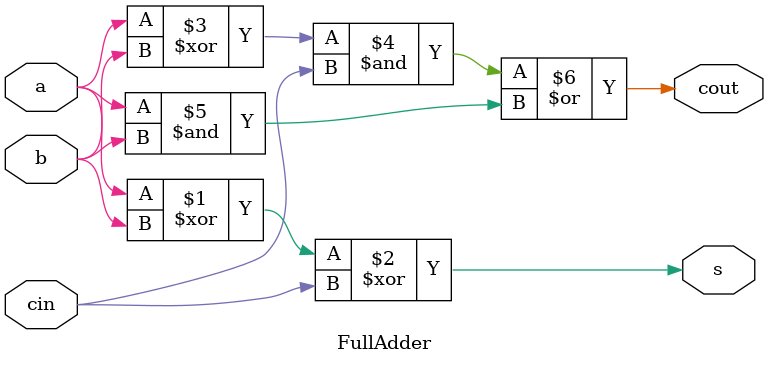
<source format=v>
module FullAdder(a,b,cin,s,cout);
	input a;
	input b;
	input cin;
	output s;
	output cout;
	assign s=a^b^cin;
	assign cout=((a^b)&cin)|(a&b);
endmodule 


/*
module FA_tb;
reg t_a;
reg t_b;
reg t_cin;
wire t_sum;
wire t_cout;
FullAdder FA1(.a(t_a),.b(t_b),.cin(t_cin),.s(t_sum),.cout(t_cout));
initial begin
t_a=0;t_b=0;t_cin=0;
#10 t_a=1;t_b=0;t_cin=0;
#10 t_a=0;t_b=1;t_cin=0;
#10 t_a=1;t_b=1;t_cin=0;
#10 t_a=0;t_b=0;t_cin=1;
#10 t_a=1;t_b=0;t_cin=1;
#10 t_a=0;t_b=1;t_cin=1;
#10 t_a=1;t_b=1;t_cin=1;
#10;
end
endmodule
*/
</source>
